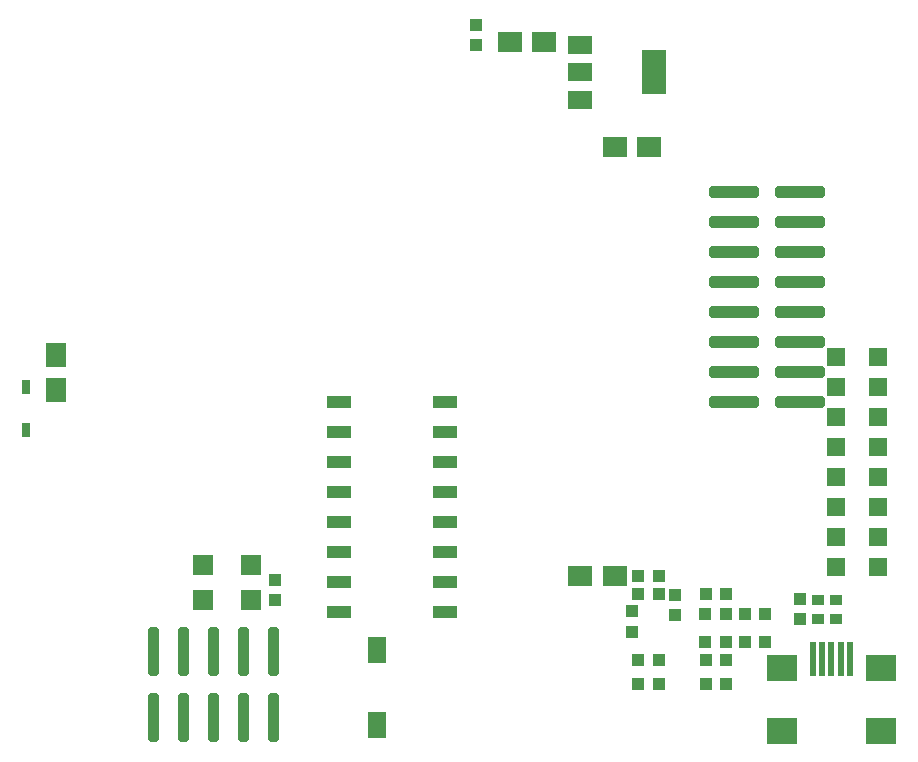
<source format=gbr>
G04 EAGLE Gerber RS-274X export*
G75*
%MOMM*%
%FSLAX34Y34*%
%LPD*%
%INSolderpaste Top*%
%IPPOS*%
%AMOC8*
5,1,8,0,0,1.08239X$1,22.5*%
G01*
%ADD10R,1.800000X2.150000*%
%ADD11R,2.006600X1.092200*%
%ADD12R,1.050000X1.080000*%
%ADD13R,1.080000X1.050000*%
%ADD14R,2.150000X1.800000*%
%ADD15R,1.100000X1.000000*%
%ADD16R,2.500000X2.200000*%
%ADD17R,0.500000X3.000000*%
%ADD18R,1.000000X1.100000*%
%ADD19R,1.000000X0.900000*%
%ADD20R,1.800000X1.800000*%
%ADD21R,1.500000X1.500000*%
%ADD22R,1.600000X2.300000*%
%ADD23C,0.500000*%
%ADD24R,2.000000X1.500000*%
%ADD25R,2.000000X3.800000*%
%ADD26R,0.700000X1.200000*%


D10*
X147320Y315450D03*
X147320Y344950D03*
D11*
X476758Y254000D03*
X386842Y254000D03*
X476758Y203200D03*
X386842Y203200D03*
X476758Y152400D03*
X386842Y177800D03*
X476758Y177800D03*
X476758Y228600D03*
X386842Y228600D03*
X386842Y152400D03*
X476758Y279400D03*
X386842Y279400D03*
X476758Y127000D03*
X386842Y127000D03*
X386842Y304800D03*
X476758Y304800D03*
D12*
X640220Y86360D03*
X657720Y86360D03*
X714870Y86360D03*
X697370Y86360D03*
X714870Y142240D03*
X697370Y142240D03*
X640220Y66040D03*
X657720Y66040D03*
X697370Y66040D03*
X714870Y66040D03*
D13*
X635000Y110630D03*
X635000Y128130D03*
X671830Y142100D03*
X671830Y124600D03*
D12*
X640360Y157480D03*
X657860Y157480D03*
X640360Y142240D03*
X657860Y142240D03*
D14*
X620540Y157480D03*
X591040Y157480D03*
D12*
X714730Y101600D03*
X697230Y101600D03*
X714730Y125730D03*
X697230Y125730D03*
D15*
X747640Y101600D03*
X730640Y101600D03*
X747640Y125730D03*
X730640Y125730D03*
D16*
X761910Y79690D03*
X845910Y79690D03*
X761910Y26690D03*
X845910Y26690D03*
D17*
X787910Y87190D03*
X795910Y87190D03*
X803910Y87190D03*
X811910Y87190D03*
X819910Y87190D03*
D18*
X777240Y121040D03*
X777240Y138040D03*
D19*
X807720Y121540D03*
X807720Y137540D03*
X792480Y121540D03*
X792480Y137540D03*
D14*
X531350Y609600D03*
X560850Y609600D03*
X649750Y520700D03*
X620250Y520700D03*
D13*
X502920Y624700D03*
X502920Y607200D03*
D20*
X312100Y167400D03*
X312100Y137400D03*
X272100Y137400D03*
X272100Y167400D03*
D13*
X332740Y154800D03*
X332740Y137300D03*
D21*
X808000Y165100D03*
X843000Y165100D03*
X808000Y190500D03*
X843000Y190500D03*
X808000Y215900D03*
X843000Y215900D03*
X808000Y241300D03*
X843000Y241300D03*
X808000Y266700D03*
X843000Y266700D03*
X808000Y292100D03*
X843000Y292100D03*
X808000Y317500D03*
X843000Y317500D03*
X808000Y342900D03*
X843000Y342900D03*
D22*
X419100Y32000D03*
X419100Y95000D03*
D23*
X703110Y480100D02*
X739610Y480100D01*
X703110Y480100D02*
X703110Y485100D01*
X739610Y485100D01*
X739610Y480100D01*
X739610Y484850D02*
X703110Y484850D01*
X758990Y480100D02*
X795490Y480100D01*
X758990Y480100D02*
X758990Y485100D01*
X795490Y485100D01*
X795490Y480100D01*
X795490Y484850D02*
X758990Y484850D01*
X739610Y454700D02*
X703110Y454700D01*
X703110Y459700D01*
X739610Y459700D01*
X739610Y454700D01*
X739610Y459450D02*
X703110Y459450D01*
X758990Y454700D02*
X795490Y454700D01*
X758990Y454700D02*
X758990Y459700D01*
X795490Y459700D01*
X795490Y454700D01*
X795490Y459450D02*
X758990Y459450D01*
X739610Y429300D02*
X703110Y429300D01*
X703110Y434300D01*
X739610Y434300D01*
X739610Y429300D01*
X739610Y434050D02*
X703110Y434050D01*
X758990Y429300D02*
X795490Y429300D01*
X758990Y429300D02*
X758990Y434300D01*
X795490Y434300D01*
X795490Y429300D01*
X795490Y434050D02*
X758990Y434050D01*
X739610Y403900D02*
X703110Y403900D01*
X703110Y408900D01*
X739610Y408900D01*
X739610Y403900D01*
X739610Y408650D02*
X703110Y408650D01*
X758990Y403900D02*
X795490Y403900D01*
X758990Y403900D02*
X758990Y408900D01*
X795490Y408900D01*
X795490Y403900D01*
X795490Y408650D02*
X758990Y408650D01*
X739610Y378500D02*
X703110Y378500D01*
X703110Y383500D01*
X739610Y383500D01*
X739610Y378500D01*
X739610Y383250D02*
X703110Y383250D01*
X758990Y378500D02*
X795490Y378500D01*
X758990Y378500D02*
X758990Y383500D01*
X795490Y383500D01*
X795490Y378500D01*
X795490Y383250D02*
X758990Y383250D01*
X739610Y353100D02*
X703110Y353100D01*
X703110Y358100D01*
X739610Y358100D01*
X739610Y353100D01*
X739610Y357850D02*
X703110Y357850D01*
X758990Y353100D02*
X795490Y353100D01*
X758990Y353100D02*
X758990Y358100D01*
X795490Y358100D01*
X795490Y353100D01*
X795490Y357850D02*
X758990Y357850D01*
X739610Y327700D02*
X703110Y327700D01*
X703110Y332700D01*
X739610Y332700D01*
X739610Y327700D01*
X739610Y332450D02*
X703110Y332450D01*
X758990Y327700D02*
X795490Y327700D01*
X758990Y327700D02*
X758990Y332700D01*
X795490Y332700D01*
X795490Y327700D01*
X795490Y332450D02*
X758990Y332450D01*
X739610Y302300D02*
X703110Y302300D01*
X703110Y307300D01*
X739610Y307300D01*
X739610Y302300D01*
X739610Y307050D02*
X703110Y307050D01*
X758990Y302300D02*
X795490Y302300D01*
X758990Y302300D02*
X758990Y307300D01*
X795490Y307300D01*
X795490Y302300D01*
X795490Y307050D02*
X758990Y307050D01*
X232370Y56350D02*
X232370Y19850D01*
X227370Y19850D01*
X227370Y56350D01*
X232370Y56350D01*
X232370Y24600D02*
X227370Y24600D01*
X227370Y29350D02*
X232370Y29350D01*
X232370Y34100D02*
X227370Y34100D01*
X227370Y38850D02*
X232370Y38850D01*
X232370Y43600D02*
X227370Y43600D01*
X227370Y48350D02*
X232370Y48350D01*
X232370Y53100D02*
X227370Y53100D01*
X232370Y75730D02*
X232370Y112230D01*
X232370Y75730D02*
X227370Y75730D01*
X227370Y112230D01*
X232370Y112230D01*
X232370Y80480D02*
X227370Y80480D01*
X227370Y85230D02*
X232370Y85230D01*
X232370Y89980D02*
X227370Y89980D01*
X227370Y94730D02*
X232370Y94730D01*
X232370Y99480D02*
X227370Y99480D01*
X227370Y104230D02*
X232370Y104230D01*
X232370Y108980D02*
X227370Y108980D01*
X257770Y56350D02*
X257770Y19850D01*
X252770Y19850D01*
X252770Y56350D01*
X257770Y56350D01*
X257770Y24600D02*
X252770Y24600D01*
X252770Y29350D02*
X257770Y29350D01*
X257770Y34100D02*
X252770Y34100D01*
X252770Y38850D02*
X257770Y38850D01*
X257770Y43600D02*
X252770Y43600D01*
X252770Y48350D02*
X257770Y48350D01*
X257770Y53100D02*
X252770Y53100D01*
X257770Y75730D02*
X257770Y112230D01*
X257770Y75730D02*
X252770Y75730D01*
X252770Y112230D01*
X257770Y112230D01*
X257770Y80480D02*
X252770Y80480D01*
X252770Y85230D02*
X257770Y85230D01*
X257770Y89980D02*
X252770Y89980D01*
X252770Y94730D02*
X257770Y94730D01*
X257770Y99480D02*
X252770Y99480D01*
X252770Y104230D02*
X257770Y104230D01*
X257770Y108980D02*
X252770Y108980D01*
X283170Y56350D02*
X283170Y19850D01*
X278170Y19850D01*
X278170Y56350D01*
X283170Y56350D01*
X283170Y24600D02*
X278170Y24600D01*
X278170Y29350D02*
X283170Y29350D01*
X283170Y34100D02*
X278170Y34100D01*
X278170Y38850D02*
X283170Y38850D01*
X283170Y43600D02*
X278170Y43600D01*
X278170Y48350D02*
X283170Y48350D01*
X283170Y53100D02*
X278170Y53100D01*
X283170Y75730D02*
X283170Y112230D01*
X283170Y75730D02*
X278170Y75730D01*
X278170Y112230D01*
X283170Y112230D01*
X283170Y80480D02*
X278170Y80480D01*
X278170Y85230D02*
X283170Y85230D01*
X283170Y89980D02*
X278170Y89980D01*
X278170Y94730D02*
X283170Y94730D01*
X283170Y99480D02*
X278170Y99480D01*
X278170Y104230D02*
X283170Y104230D01*
X283170Y108980D02*
X278170Y108980D01*
X308570Y56350D02*
X308570Y19850D01*
X303570Y19850D01*
X303570Y56350D01*
X308570Y56350D01*
X308570Y24600D02*
X303570Y24600D01*
X303570Y29350D02*
X308570Y29350D01*
X308570Y34100D02*
X303570Y34100D01*
X303570Y38850D02*
X308570Y38850D01*
X308570Y43600D02*
X303570Y43600D01*
X303570Y48350D02*
X308570Y48350D01*
X308570Y53100D02*
X303570Y53100D01*
X308570Y75730D02*
X308570Y112230D01*
X308570Y75730D02*
X303570Y75730D01*
X303570Y112230D01*
X308570Y112230D01*
X308570Y80480D02*
X303570Y80480D01*
X303570Y85230D02*
X308570Y85230D01*
X308570Y89980D02*
X303570Y89980D01*
X303570Y94730D02*
X308570Y94730D01*
X308570Y99480D02*
X303570Y99480D01*
X303570Y104230D02*
X308570Y104230D01*
X308570Y108980D02*
X303570Y108980D01*
X333970Y56350D02*
X333970Y19850D01*
X328970Y19850D01*
X328970Y56350D01*
X333970Y56350D01*
X333970Y24600D02*
X328970Y24600D01*
X328970Y29350D02*
X333970Y29350D01*
X333970Y34100D02*
X328970Y34100D01*
X328970Y38850D02*
X333970Y38850D01*
X333970Y43600D02*
X328970Y43600D01*
X328970Y48350D02*
X333970Y48350D01*
X333970Y53100D02*
X328970Y53100D01*
X333970Y75730D02*
X333970Y112230D01*
X333970Y75730D02*
X328970Y75730D01*
X328970Y112230D01*
X333970Y112230D01*
X333970Y80480D02*
X328970Y80480D01*
X328970Y85230D02*
X333970Y85230D01*
X333970Y89980D02*
X328970Y89980D01*
X328970Y94730D02*
X333970Y94730D01*
X333970Y99480D02*
X328970Y99480D01*
X328970Y104230D02*
X333970Y104230D01*
X333970Y108980D02*
X328970Y108980D01*
D24*
X590800Y607200D03*
X590800Y584200D03*
X590800Y561200D03*
D25*
X653800Y584200D03*
D26*
X121920Y281220D03*
X121920Y318220D03*
M02*

</source>
